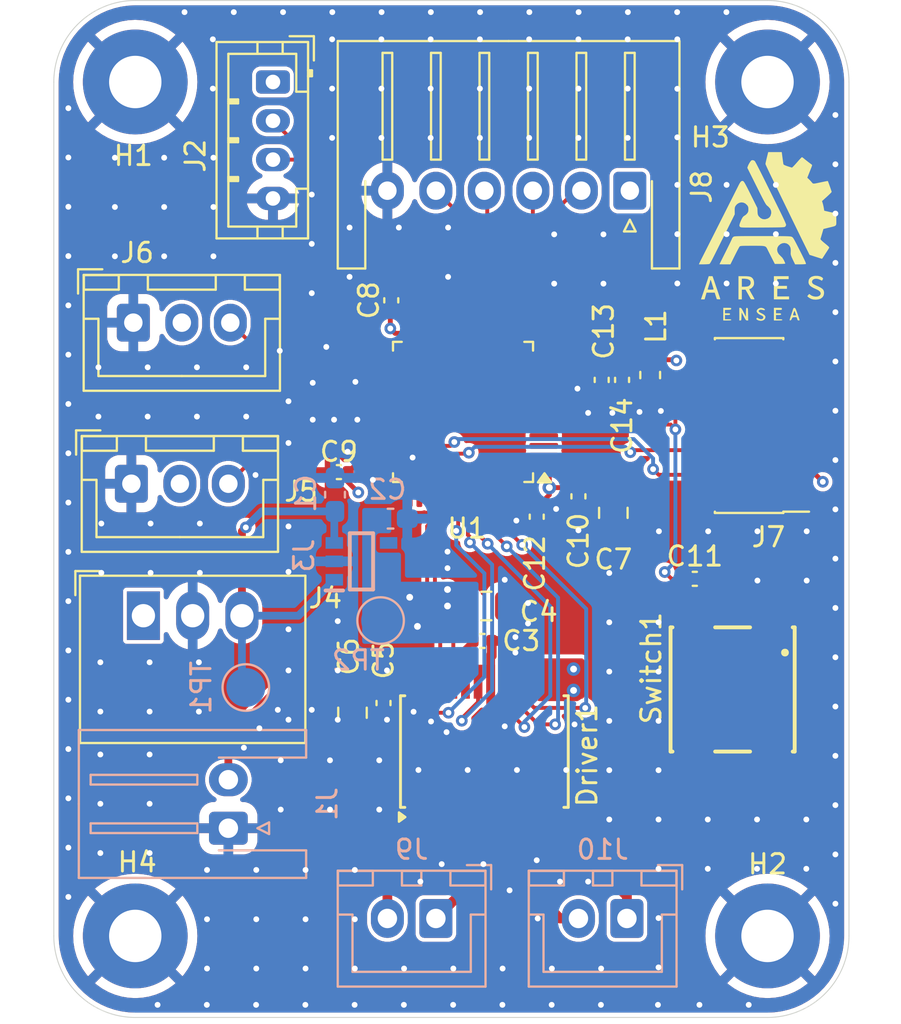
<source format=kicad_pcb>
(kicad_pcb (version 20240108) (generator "pcbnew") (generator_version "8.0")
  (layers (0 "F.Cu" signal) (1 "In1.Cu" signal) (2 "In2.Cu" signal) (31 "B.Cu" signal) (34 "B.Paste" user) (35 "F.Paste" user) (36 "B.SilkS" user "B.Silkscreen") (37 "F.SilkS" user "F.Silkscreen") (38 "B.Mask" user) (39 "F.Mask" user) (44 "Edge.Cuts" user))
  (net 0 "")
  (net 1 "GND")
  (net 2 "+5V")
  (net 3 "+3.3V")
  (net 4 "+7.5V")
  (net 5 "NRST")
  (net 6 "+3.3VA")
  (net 7 "AIN2")
  (net 8 "BIN2")
  (net 9 "BO2")
  (net 10 "AO1")
  (net 11 "BO1")
  (net 12 "PWMA")
  (net 13 "AIN1")
  (net 14 "BIN1")
  (net 15 "AO2")
  (net 16 "STBY")
  (net 17 "PWMB")
  (net 18 "Triger")
  (net 19 "Echo")
  (net 20 "PWM_Servo2")
  (net 21 "PWM_Servo1")
  (net 23 "SWCLK")
  (net 25 "SWDIO")
  (net 27 "STLINK_TX")
  (net 30 "STLINK_RX")
  (net 31 "IR_2")
  (net 32 "IR_4")
  (net 33 "IR_1")
  (net 34 "IR_3")
  (footprint "MountingHole:MountingHole_2.7mm_M2.5_Pad" (layer "F.Cu") (at 147 85.6)
    (property "Reference" "H2")
    (property "Value" "MountingHole_Pad")
  )
  (footprint "Capacitor_SMD:C_0402_1005Metric" (layer "F.Cu") (at 143.25 67.2)
    (property "Reference" "C11")
    (property "Value" "10n")
  )
  (footprint "Connector_PinHeader_1.27mm:PinHeader_2x07_P1.27mm_Vertical_SMD" (layer "F.Cu") (at 146.05 59.3 180)
    (property "Reference" "J7")
    (property "Value" "Conn_ST_STDC14")
  )
  (footprint "Connector_JST:JST_PH_B4B-PH-K_1x04_P2.00mm_Vertical" (layer "F.Cu") (at 121.5 41.6 -90)
    (property "Reference" "J2")
    (property "Value" "Conn_01x04")
  )
  (footprint "boutonSMD_wurth430471025826:430471025826" (layer "F.Cu") (at 145.2 72.9 -90)
    (property "Reference" "Switch1")
    (property "Value" "430471025826")
    (property "VALUE" "430471025826" (hide yes))
  )
  (footprint "Inductor_SMD:L_0603_1608Metric" (layer "F.Cu") (at 140.95 56.7 90)
    (property "Reference" "L1")
    (property "Value" "39n")
  )
  (footprint "Converter_DCDC:Converter_DCDC_RECOM_R-78B-2.0_THT" (layer "F.Cu") (at 114.82 69.1)
    (property "Reference" "J4")
    (property "Value" "R-78B5.0-2.0")
  )
  (footprint "Capacitor_SMD:C_0402_1005Metric" (layer "F.Cu") (at 137.25 62.95 -90)
    (property "Reference" "C10")
    (property "Value" "100n")
  )
  (footprint "MountingHole:MountingHole_2.7mm_M2.5_Pad" (layer "F.Cu") (at 114.4 41.6)
    (property "Reference" "H1")
    (property "Value" "MountingHole_Pad")
  )
  (footprint "Capacitor_SMD:C_0402_1005Metric" (layer "F.Cu") (at 135.1 64 -90)
    (property "Reference" "C12")
    (property "Value" "100n")
  )
  (footprint "Capacitor_SMD:C_0805_2012Metric" (layer "F.Cu") (at 132.5 68.6)
    (property "Reference" "C4")
    (property "Value" "10u")
  )
  (footprint "Package_SO:SSOP-24_5.3x8.2mm_P0.65mm" (layer "F.Cu") (at 132.4 76.1 90)
    (property "Reference" "Driver1")
    (property "Value" "TB6612FNG")
  )
  (footprint "Connector_JST:JST_XH_B3B-XH-A_1x03_P2.50mm_Vertical" (layer "F.Cu") (at 114.2 62.3)
    (property "Reference" "J5")
    (property "Value" "Conn_01x03")
  )
  (footprint "Capacitor_SMD:C_0402_1005Metric" (layer "F.Cu") (at 139.5 56.95 -90)
    (property "Reference" "C14")
    (property "Value" "1u")
  )
  (footprint "Connector_JST:JST_XH_B3B-XH-A_1x03_P2.50mm_Vertical" (layer "F.Cu") (at 114.3 54)
    (property "Reference" "J6")
    (property "Value" "Conn_01x03")
  )
  (footprint "Capacitor_SMD:C_0402_1005Metric" (layer "F.Cu") (at 127.2 73.6 -90)
    (property "Reference" "C5")
    (property "Value" "100n")
  )
  (footprint "Capacitor_SMD:C_0402_1005Metric" (layer "F.Cu") (at 132.3 70.4)
    (property "Reference" "C3")
    (property "Value" "100n")
  )
  (footprint "MountingHole:MountingHole_2.7mm_M2.5_Pad" (layer "F.Cu") (at 147 41.6)
    (property "Reference" "H3")
    (property "Value" "MountingHole_Pad")
  )
  (footprint "Capacitor_SMD:C_0402_1005Metric" (layer "F.Cu") (at 127.6 52.85 90)
    (property "Reference" "C8")
    (property "Value" "100n")
  )
  (footprint "Capacitor_SMD:C_0805_2012Metric" (layer "F.Cu") (at 125.6 74.1 -90)
    (property "Reference" "C6")
    (property "Value" "10u")
  )
  (footprint "logoares:logoares" (layer "F.Cu") (at 146.85 49.8)
    (property "Reference" "G***" (hide yes))
    (property "Value" "LOGO" (hide yes))
  )
  (footprint "Capacitor_SMD:C_0402_1005Metric" (layer "F.Cu") (at 124.9 61.7 180)
    (property "Reference" "C9")
    (property "Value" "100n")
  )
  (footprint "Package_QFP:LQFP-48_7x7mm_P0.5mm" (layer "F.Cu") (at 131.3 58.6 180)
    (property "Reference" "U1")
    (property "Value" "STM32L552CCTx")
  )
  (footprint "MountingHole:MountingHole_2.7mm_M2.5_Pad" (layer "F.Cu") (at 114.4 85.6)
    (property "Reference" "H4")
    (property "Value" "MountingHole_Pad")
  )
  (footprint "Connector_JST:JST_XH_S6B-XH-A-1_1x06_P2.50mm_Horizontal" (layer "F.Cu") (at 139.9 47.2 180)
    (property "Reference" "J8")
    (property "Value" "Conn_01x06")
  )
  (footprint "Capacitor_SMD:C_0402_1005Metric" (layer "F.Cu") (at 138.45 56.95 -90)
    (property "Reference" "C13")
    (property "Value" "10n")
  )
  (footprint "Capacitor_SMD:C_0805_2012Metric" (layer "F.Cu") (at 139.05 63.8 -90)
    (property "Reference" "C7")
    (property "Value" "4u7")
  )
  (footprint "TestPoint:TestPoint_Pad_D2.0mm" (layer "B.Cu") (at 127.05 69.35 180)
    (property "Reference" "TP2")
    (property "Value" "TestPoint")
  )
  (footprint "Connector_JST:JST_XH_B2B-XH-A_1x02_P2.50mm_Vertical" (layer "B.Cu") (at 129.9 84.7 180)
    (property "Reference" "J9")
    (property "Value" "Conn_01x02")
  )
  (footprint "Connector_JST:JST_XH_S2B-XH-A-1_1x02_P2.50mm_Horizontal" (layer "B.Cu") (at 119.2 80.05 90)
    (property "Reference" "J1")
    (property "Value" "Conn_01x02")
  )
  (footprint "TestPoint:TestPoint_Pad_D2.0mm" (layer "B.Cu") (at 120.1 72.8 180)
    (property "Reference" "TP1")
    (property "Value" "TestPoint")
  )
  (footprint "Connector_JST:JST_XH_B2B-XH-A_1x02_P2.50mm_Vertical" (layer "B.Cu") (at 139.75 84.7 180)
    (property "Reference" "J10")
    (property "Value" "Conn_01x02")
  )
  (footprint "BU33SD5WG-TR:SOT95P280X125-5N" (layer "B.Cu") (at 126.0625 66.3)
    (property "Reference" "J3")
    (property "Value" "BU33SD5WG-TR")
  )
  (footprint "Capacitor_SMD:C_0603_1608Metric_Pad1.08x0.95mm_HandSolder" (layer "B.Cu") (at 127.5625 64.1)
    (property "Reference" "C2")
    (property "Value" "1uF")
  )
  (footprint "Capacitor_SMD:C_0603_1608Metric_Pad1.08x0.95mm_HandSolder" (layer "B.Cu") (at 124.7 62.8625 90)
    (property "Reference" "C1")
    (property "Value" "1uF")
  )
  (gr_arc (start 110.2 41.6) (mid 111.430152 38.630152) (end 114.4 37.4) (stroke (width 0.05)) (layer "Edge.Cuts"))
  (gr_line (start 147 37.4) (end 114.4 37.4) (stroke (width 0.05)) (layer "Edge.Cuts"))
  (gr_arc (start 114.4 89.8) (mid 111.430152 88.569848) (end 110.2 85.6) (stroke (width 0.05)) (layer "Edge.Cuts"))
  (gr_line (start 114.4 89.8) (end 147 89.8) (stroke (width 0.05)) (layer "Edge.Cuts"))
  (gr_arc (start 147 37.4) (mid 149.969848 38.630152) (end 151.2 41.6) (stroke (width 0.05)) (layer "Edge.Cuts"))
  (gr_line (start 151.2 85.6) (end 151.2 41.6) (stroke (width 0.05)) (layer "Edge.Cuts"))
  (gr_arc (start 151.2 85.6) (mid 149.969848 88.569848) (end 147 89.8) (stroke (width 0.05)) (layer "Edge.Cuts"))
  (gr_line (start 110.2 41.6) (end 110.2 85.6) (stroke (width 0.05)) (layer "Edge.Cuts"))
  (via (at 150.5 71.24) (size 0.45) (drill 0.3) (layers "F.Cu" "B.Cu") (net 1))
  (via (at 141.38 77.06) (size 0.45) (drill 0.3) (layers "F.Cu" "B.Cu") (net 1))
  (via (at 150.5 61.08) (size 0.45) (drill 0.3) (layers "F.Cu" "B.Cu") (net 1))
  (via (at 124.84 69.38) (size 0.45) (drill 0.3) (layers "F.Cu" "B.Cu") (net 1))
  (via (at 123.55 57.1) (size 0.45) (drill 0.3) (layers "F.Cu" "B.Cu") (net 1))
  (via (at 132.17 39.4) (size 0.45) (drill 0.3) (layers "F.Cu" "B.Cu") (net 1))
  (via (at 134.71 41.94) (size 0.45) (drill 0.3) (layers "F.Cu" "B.Cu") (net 1))
  (via (at 138.54 51.99) (size 0.45) (drill 0.3) (layers "F.Cu" "B.Cu") (net 1))
  (via (at 124.55 39.4) (size 0.45) (drill 0.3) (layers "F.Cu" "B.Cu") (net 1))
  (via (at 141.38 71.98) (size 0.45) (drill 0.3) (layers "F.Cu" "B.Cu") (net 1))
  (via (at 138.84 79.6) (size 0.45) (drill 0.3) (layers "F.Cu" "B.Cu") (net 1))
  (via (at 135.87 89.15) (size 0.45) (drill 0.3) (layers "F.Cu" "B.Cu") (net 1))
  (via (at 128.7 60.95) (size 0.45) (drill 0.3) (layers "F.Cu" "B.Cu") (net 1))
  (via (at 118.09 89.15) (size 0.45) (drill 0.3) (layers "F.Cu" "B.Cu") (net 1))
  (via (at 133.34 87.28) (size 0.45) (drill 0.3) (layers "F.Cu" "B.Cu") (net 1))
  (via (at 138.84 69.44) (size 0.45) (drill 0.3) (layers "F.Cu" "B.Cu") (net 1))
  (via (at 133.45 74.8) (size 0.45) (drill 0.3) (layers "F.Cu" "B.Cu") (net 1))
  (via (at 110.95 53.11) (size 0.45) (drill 0.3) (layers "F.Cu" "B.Cu") (net 1))
  (via (at 120.63 89.15) (size 0.45) (drill 0.3) (layers "F.Cu" "B.Cu") (net 1))
  (via (at 130.8 87.28) (size 0.45) (drill 0.3) (layers "F.Cu" "B.Cu") (net 1))
  (via (at 110.95 55.65) (size 0.45) (drill 0.3) (layers "F.Cu" "B.Cu") (net 1))
  (via (at 122.02 38) (size 0.45) (drill 0.3) (layers "F.Cu" "B.Cu") (net 1))
  (via (at 134.72 38) (size 0.45) (drill 0.3) (layers "F.Cu" "B.Cu") (net 1))
  (via (at 146.46 79.6) (size 0.45) (drill 0.3) (layers "F.Cu" "B.Cu") (net 1))
  (via (at 130.5 65.8) (size 0.45) (drill 0.3) (layers "F.Cu" "B.Cu") (net 1))
  (via (at 123.55 59) (size 0.45) (drill 0.3) (layers "F.Cu" "B.Cu") (net 1))
  (via (at 129.63 44.48) (size 0.45) (drill 0.3) (layers "F.Cu" "B.Cu") (net 1))
  (via (at 117.68 74.04) (size 0.45) (drill 0.3) (layers "F.Cu" "B.Cu") (net 1))
  (via (at 149.02 64.75) (size 0.45) (drill 0.3) (layers "F.Cu" "B.Cu") (net 1))
  (via (at 129 77.05) (size 0.45) (drill 0.3) (layers "F.Cu" "B.Cu") (net 1))
  (via (at 137.05 74.7) (size 0.45) (drill 0.3) (layers "F.Cu" "B.Cu") (net 1))
  (via (at 122.3 74.46) (size 0.45) (drill 0.3) (layers "F.Cu" "B.Cu") (net 1))
  (via (at 112.65 64.35) (size 0.45) (drill 0.3) (layers "F.Cu" "B.Cu") (net 1))
  (via (at 112.6 74.04) (size 0.45) (drill 0.3) (layers "F.Cu" "B.Cu") (net 1))
  (via (at 130.79 89.15) (size 0.45) (drill 0.3) (layers "F.Cu" "B.Cu") (net 1))
  (via (at 130.53 51.64) (size 0.45) (drill 0.3) (layers "F.Cu" "B.Cu") (net 1))
  (via (at 135.88 87.28) (size 0.45) (drill 0.3) (layers "F.Cu" "B.Cu") (net 1))
  (via (at 146.48 67.29) (size 0.45) (drill 0.3) (layers "F.Cu" "B.Cu") (net 1))
  (via (at 123.5 47.4) (size 0.45) (drill 0.3) (layers "F.Cu" "B.Cu") (net 1))
  (via (at 115.14 81.33) (size 0.45) (drill 0.3) (layers "F.Cu" "B.Cu") (net 1))
  (via (at 136.3 82.8) (size 0.45) (drill 0.3) (layers "F.Cu" "B.Cu") (net 1))
  (via (at 125.45 49.1) (size 0.45) (drill 0.3) (layers "F.Cu" "B.Cu") (net 1))
  (via (at 110.95 75.97) (size 0.45) (drill 0.3) (layers "F.Cu" "B.Cu") (net 1))
  (via (at 122.3 64.5) (size 0.45) (drill 0.3) (layers "F.Cu" "B.Cu") (net 1))
  (via (at 128.75 74.05) (size 0.45) (drill 0.3) (layers "F.Cu" "B.Cu") (net 1))
  (via (at 144.88 38) (size 0.45) (drill 0.3) (layers "F.Cu" "B.Cu") (net 1))
  (via (at 146.46 82.14) (size 0.45) (drill 0.3) (layers "F.Cu" "B.Cu") (net 1))
  (via (at 150.5 68.7) (size 0.45) (drill 0.3) (layers "F.Cu" "B.Cu") (net 1))
  (via (at 142.35 41.95) (size 0.45) (drill 0.3) (layers "F.Cu" "B.Cu") (net 1))
  (via (at 139.79 41.94) (size 0.45) (drill 0.3) (layers "F.Cu" "B.Cu") (net 1))
  (via (at 123.18 87.28) (size 0.45) (drill 0.3) (layers "F.Cu" "B.Cu") (net 1))
  (via (at 137.25 44.48) (size 0.45) (drill 0.3) (layers "F.Cu" "B.Cu") (net 1))
  (via (at 136 49.45) (size 0.45) (drill 0.3) (layers "F.Cu" "B.Cu") (net 1))
  (via (at 118.43 48.04) (size 0.45) (drill 0.3) (layers "F.Cu" "B.Cu") (net 1))
  (via (at 138.41 89.15) (size 0.45) (drill 0.3) (layers "F.Cu" "B.Cu") (net 1))
  (via (at 124.84 71.92) (size 0.45) (drill 0.3) (layers "F.Cu" "B.Cu") (net 1))
  (via (at 122.3 71.92) (size 0.45) (drill 0.3) (layers "F.Cu" "B.Cu") (net 1))
  (via (at 141.38 74.52) (size 0.45) (drill 0.3) (layers "F.Cu" "B.Cu") (net 1))
  (via (at 112.65 66.89) (size 0.45) (drill 0.3) (layers "F.Cu" "B.Cu") (net 1))
  (via (at 131.54 77.05) (size 0.45) (drill 0.3) (layers "F.Cu" "B.Cu") (net 1))
  (via (at 137.25 39.4) (size 0.45) (drill 0.3) (layers "F.Cu" "B.Cu") (net 1))
  (via (at 149.02 67.29) (size 0.45) (drill 0.3) (layers "F.Cu" "B.Cu") (net 1))
  (via (at 125.72 84.74) (size 0.45) (drill 0.3) (layers "F.Cu" "B.Cu") (net 1))
  (via (at 150.5 73.78) (size 0.45) (drill 0.3) (layers "F.Cu" "B.Cu") (net 1))
  (via (at 115.04 56.3) (size 0.45) (drill 0.3) (layers "F.Cu" "B.Cu") (net 1))
  (via (at 118.43 50.58) (size 0.45) (drill 0.3) (layers "F.Cu" "B.Cu") (net 1))
  (via (at 150.5 81.4) (size 0.45) (drill 0.3) (layers "F.Cu" "B.Cu") (net 1))
  (via (at 149 82.14) (size 0.45) (drill 0.3) (layers "F.Cu" "B.Cu") (net 1))
  (via (at 150.5 43.3) (size 0.45) (drill 0.3) (layers "F.Cu" "B.Cu") (net 1))
  (via (at 110.95 83.59) (size 0.45) (drill 0.3) (layers "F.Cu" "B.Cu") (net 1))
  (via (at 123.5 52.48) (size 0.45) (drill 0.3) (layers "F.Cu" "B.Cu") (net 1))
  (via (at 150.5 76.32) (size 0.45) (drill 0.3) (layers "F.Cu" "B.Cu") (net 1))
  (via (at 147.43 51.98) (size 0.45) (drill 0.3) (layers "F.Cu" "B.Cu") (net 1))
  (via (at 130.45 75.1) (size 0.45) (drill 0.3) (layers "F.Cu" "B.Cu") (net 1))
  (via (at 112.6 78.79) (size 0.45) (drill 0.3) (layers "F.Cu" "B.Cu") (net 1))
  (via (at 136.1 63.6) (size 0.45) (drill 0.3) (layers "F.Cu" "B.Cu") (net 1))
  (via (at 143.92 82.14) (size 0.45) (drill 0.3) (layers "F.Cu" "B.Cu") (net 1))
  (via (at 117.73 66.89) (size 0.45) (drill 0.3) (layers "F.Cu" "B.Cu") (net 1))
  (via (at 150.5 78.86) (size 0.45) (drill 0.3) (layers "F.Cu" "B.Cu") (net 1))
  (via (at 134.65 68.45) (size 0.45) (drill 0.3) (layers "F.Cu" "B.Cu") (net 1))
  (via (at 139.8 38) (size 0.45) (drill 0.3) (layers "F.Cu" "B.Cu") (net 1))
  (via (at 126.98 76.55) (size 0.45) (drill 0.3) (layers "F.Cu" "B.Cu") (net 1))
  (via (at 118.1 87.28) (size 0.45) (drill 0.3) (layers "F.Cu" "B.Cu") (net 1))
  (via (at 110.95 78.51) (size 0.45) (drill 0.3) (layers "F.Cu" "B.Cu") (net 1))
  (via (at 129.1 82.8) (size 0.45) (drill 0.3) (layers "F.Cu" "B.Cu") (net 1))
  (via (at 118.43 45.5) (size 0.45) (drill 0.3) (layers "F.Cu" "B.Cu") (net 1))
  (via (at 150.5 50.92) (size 0.45) (drill 0.3) (layers "F.Cu" "B.Cu") (net 1))
  (via (at 118.1 84.74) (size 0.45) (drill 0.3) (layers "F.Cu" "B.Cu") (net 1))
  (via (at 110.95 63.27) (size 0.45) (drill 0.3) (layers "F.Cu" "B.Cu") (net 1))
  (via (at 110.95 45.49) (size 0.45) (drill 0.3) (layers "F.Cu" "B.Cu") (net 1))
  (via (at 110.95 60.73) (size 0.45) (drill 0.3) (layers "F.Cu" "B.Cu") (net 1))
  (via (at 142.35 49.44) (size 0.45) (drill 0.3) (layers "F.Cu" "B.Cu") (net 1))
  (via (at 116.94 38) (size 0.45) (drill 0.3) (layers "F.Cu" "B.Cu") (net 1))
  (via (at 127.1 38) (size 0.45) (drill 0.3) (layers "F.Cu" "B.Cu") (net 1))
  (via (at 134.08 77.05) (size 0.45) (drill 0.3) (layers "F.Cu" "B.Cu") (net 1))
  (via (at 117.58 56.3) (size 0.45) (drill 0.3) (layers "F.Cu" "B.Cu") (net 1))
  (via (at 141.38 84.68) (size 0.45) (drill 0.3) (layers "F.Cu" "B.Cu") (net 1))
  (via (at 142.35 44.45) (size 0.45) (drill 0.3) (layers "F.Cu" "B.Cu") (net 1))
  (via (at 110.95 58.19) (size 0.45) (drill 0.3) (layers "F.Cu" "B.Cu") (net 1))
  (via (at 122.3 60.2) (size 0.45) (drill 0.3) (layers "F.Cu" "B.Cu") (net 1))
  (via (at 118.1 82.2) (size 0.45) (drill 0.3) (layers "F.Cu" "B.Cu") (net 1))
  (via (at 144.89 51.98) (size 0.45) (drill 0.3) (layers "F.Cu" "B.Cu") (net 1))
  (via (at 134.05 64.2) (size 0.45) (drill 0.3) (layers "F.Cu" "B.Cu") (net 1))
  (via (at 129.63 41.94) (size 0.45) (drill 0.3) (layers "F.Cu" "B.Cu") (net 1))
  (via (at 123.17 89.15) (size 0.45) (drill 0.3) (layers "F.Cu" "B.Cu") (net 1))
  (via (at 139 58.65) (size 0.45) (drill 0.3) (layers "F.Cu" "B.Cu") (net 1))
  (via (at 120.64 82.2) (size 0.45) (drill 0.3) (layers "F.Cu" "B.Cu") (net 1))
  (via (at 110.95 70.89) (size 0.45) (drill 0.3) (layers "F.Cu" "B.Cu") (net 1))
  (via (at 150.5 83.94) (size 0.45) (drill 0.3) (layers "F.Cu" "B.Cu") (net 1))
  (via (at 115.04 58.84) (size 0.45) (drill 0.3) (layers "F.Cu" "B.Cu") (net 1))
  (via (at 122.3 66.84) (size 0.45) (drill 0.3) (layers "F.Cu" "B.Cu") (net 1))
  (via (at 125.72 82.2) (size 0.45) (drill 0.3) (layers "F.Cu" "B.Cu") (net 1))
  (via (at 127.09 41.94) (size 0.45) (drill 0.3) (layers "F.Cu" "B.Cu") (net 1))
  (via (at 141.35 89.15) (size 0.45) (drill 0.3) (layers "F.Cu" "B.Cu") (net 1))
  (via (at 125.72 87.28) (size 0.45) (drill 0.3) (layers "F.Cu" "B.Cu") (net 1))
  (via (at 150.5 56) (size 0.45) (drill 0.3) (layers "F.Cu" "B.Cu") (net 1))
  (via (at 141.5 58.55) (size 0.45) (drill 0.3) (layers "F.Cu" "B.Cu") (net 1))
  (via (at 110.95 81.05) (size 0.45) (drill 0.3) (layers "F.Cu" "B.Cu") (net 1))
  (via (at 123.18 84.74) (size 0.45) (drill 0.3) (layers "F.Cu" "B.Cu") (net 1))
  (via (at 115.89 45.5) (size 0.45) (drill 0.3) (layers "F.Cu" "B.Cu") (net 1))
  (via (at 117.58 58.84) (size 0.45) (drill 0.3) (layers "F.Cu" "B.Cu") (net 1))
  (via (at 130.53 49.1) (size 0.45) (drill 0.3) (layers "F.Cu" "B.Cu") (net 1))
  (via (at 127.09 44.48) (size 0.45) (drill 0.3) (layers "F.Cu" "B.Cu") (net 1))
  (via (at 135.15 84.7) (size 0.45) (drill 0.3) (layers "F.Cu" "B.Cu") (net 1))
  (via (at 118.4 39.4) (size 0.45) (drill 0.3) (layers "F.Cu" "B.Cu") (net 1))
  (via (at 120.12 56.3) (size 0.45) (drill 0.3) (layers "F.Cu" "B.Cu") (net 1))
  (via (at 146.03 89.15) (size 0.45) (drill 0.3) (layers "F.Cu" "B.Cu") (net 1))
  (via (at 121.75 73.95) (size 0.45) (drill 0.3) (layers "F.Cu" "B.Cu") (net 1))
  (via (at 133.7 83.25) (size 0.45) (drill 0.3) (layers "F.Cu" "B.Cu") (net 1))
  (via (at 138.84 77.06) (size 0.45) (drill 0.3) (layers "F.Cu" "B.Cu") (net 1))
  (via (at 112.5 58.84) (size 0.45) (drill 0.3) (layers "F.Cu" "B.Cu") (net 1))
  (via (at 144.89 49.44) (size 0.45) (drill 0.3) (layers "F.Cu" "B.Cu") (net 1))
  (via (at 124.84 74.46) (size 0.45) (drill 0.3) (layers "F.Cu" "B.Cu") (net 1))
  (via (at 115.19 66.89) (size 0.45) (drill 0.3) (layers "F.Cu" "B.Cu") (net 1))
  (via (at 113.35 45.5) (size 0.45) (drill 0.3) (layers "F.Cu" "B.Cu") (net 1))
  (via (at 120.64 84.74) (size 0.45) (drill 0.3) (layers "F.Cu" "B.Cu") (net 1))
  (via (at 125.71 89.15) (size 0.45) (drill 0.3) (layers "F.Cu" "B.Cu") (net 1))
  (via (at 144.89 46.9) (size 0.45) (drill 0.3) (layers "F.Cu" "B.Cu") (net 1))
  (via (at 124.44 76.55) (size 0.45) (drill 0.3) (layers "F.Cu" "B.Cu") (net 1))
  (via (at 126.98 79.09) (size 0.45) (drill 0.3) (layers "F.Cu" "B.Cu") (net 1))
  (via (at 137.2 57.4) (size 0.45) (drill 0.3) (layers "F.Cu" "B.Cu") (net 1))
  (via (at 143.94 64.75) (size 0.45) (drill 0.3) (layers "F.Cu" "B.Cu") (net 1))
  (via (at 150.5 45.84) (size 0.45) (drill 0.3) (layers "F.Cu" "B.Cu") (net 1))
  (via (at 124.25 55.25) (size 0.45) (drill 0.3) (layers "F.Cu" "B.Cu") (net 1))
  (via (at 129.65 74.55) (size 0.45) (drill 0.3) (layers "F.Cu" "B.Cu") (net 1))
  (via (at 125.45 51.64) (size 0.45) (drill 0.3) (layers "F.Cu" "B.Cu") (net 1))
  (via (at 138.54 49.45) (size 0.45) (drill 0.3) (layers "F.Cu" "B.Cu") (net 1))
  (via (at 141.38 79.6) (size 0.45) (drill 0.3) (layers "F.Cu" "B.Cu") (net 1))
  (via (at 135.1 81.7) (size 0.45) (drill 0.3) (layers "F.Cu" "B.Cu") (net 1))
  (via (at 121.85 55.45) (size 0.45) (drill 0.3) (layers "F.Cu" "B.Cu") (net 1))
  (via (at 124.55 41.94) (size 0.45) (drill 0.3) (layers "F.Cu" "B.Cu") (net 1))
  (via (at 137.25 64.7) (size 0.45) (drill 0.3) (layers "F.Cu" "B.Cu") (net 1))
  (via (at 137.75 58.65) (size 0.45) (drill 0.3) (layers "F.Cu" "B.Cu") (net 1))
  (via (at 139.79 44.48) (size 0.45) (drill 0.3) (layers "F.Cu" "B.Cu") (net 1))
  (via (at 118.4 41.94) (size 0.45) (drill 0.3) (layers "F.Cu" "B.Cu") (net 1))
  (via (at 129.64 38) (size 0.45) (drill 0.3) (layers "F.Cu" "B.Cu") (net 1))
  (via (at 122.3 58.05) (size 0.45) (drill 0.3) (layers "F.Cu" "B.Cu") (net 1))
  (via (at 147.43 49.44) (size 0.45) (drill 0.3) (layers "F.Cu" "B.Cu") (net 1))
  (via (at 142.35 39.4) (size 0.45) (drill 0.3) (layers "F.Cu" "B.Cu") (net 1))
  (via (at 134.71 39.4) (size 0.45) (drill 0.3) (layers "F.Cu" "B.Cu") (net 1))
  (via (at 150.5 48.38) (size 0.45) (drill 0.3) (layers "F.Cu" "B.Cu") (net 1))
  (via (at 127.09 39.4) (size 0.45) (drill 0.3) (layers "F.Cu" "B.Cu") (net 1))
  (via (at 134.65 69.5) (size 0.45) (drill 0.3) (layers "F.Cu" "B.Cu") (net 1))
  (via (at 141.38 69.44) (size 0.45) (drill 0.3) (layers "F.Cu" "B.Cu") (net 1))
  (via (at 124.44 79.09) (size 0.45) (drill 0.3) (layers "F.Cu" "B.Cu") (net 1))
  (via (at 122.3 69.8) (size 0.45) (drill 0.3) (layers "F.Cu" "B.Cu") (net 1))
  (via (at 123.5 73.95) (size 0.45) (drill 0.3) (layers "F.Cu" "B.Cu") (net 1))
  (via (at 115.55 89.15) (size 0.45) (drill 0.3) (layers "F.Cu" "B.Cu") (net 1))
  (via (at 115.89 48.04) (size 0.45) (drill 0.3) (layers "F.Cu" "B.Cu") (net 1))
  (via (at 120.6 61.85) (size 0.45) (drill 0.3) (layers "F.Cu" "B.Cu") (net 1))
  (via (at 138.84 71.98) (size 0.45) (drill 0.3) (layers "F.Cu" "B.Cu") (net 1))
  (via (at 134 70.2) (size 0.45) (drill 0.3) (layers "F.Cu" "B.Cu") (net 1))
  (via (at 123.5 49.94) (size 0.45) (drill 0.3) (layers "F.Cu" "B.Cu") (net 1))
  (via (at 142.34 38) (size 0.45) (drill 0.3) (layers "F.Cu" "B.Cu") (net 1))
  (via (at 150.5 63.62) (size 0.45) (drill 0.3) (layers "F.Cu" "B.Cu") (net 1))
  (via (at 146.48 64.75) (size 0.45) (drill 0.3) (layers "F.Cu" "B.Cu") (net 1))
  (via (at 150.5 53.46) (size 0.45) (drill 0.3) (layers "F.Cu" "B.Cu") (net 1))
  (via (at 115.14 78.79) (size 0.45) (drill 0.3) (layers "F.Cu" "B.Cu") (net 1))
  (via (at 124.56 38) (size 0.45) (drill 0.3) (layers "F.Cu" "B.Cu") (net 1))
  (via (at 138.84 66.9) (size 0.45) (drill 0.3) (layers "F.Cu" "B.Cu") (net 1))
  (via (at 113.35 48.04) (size 0.45) (drill 0.3) (layers "F.Cu" "B.Cu") (net 1))
  (via (at 115.14 76.25) (size 0.45) (drill 0.3) (layers "F.Cu" "B.Cu") (net 1))
  (via (at 149 79.6) (size 0.45) (drill 0.3) (layers "F.Cu" "B.Cu") (net 1))
  (via (at 127.99 49.1) (size 0.45) (drill 0.3) (layers "F.Cu" "B.Cu") (net 1))
  (via (at 133.33 89.15) (size 0.45) (drill 0.3) (layers "F.Cu" "B.Cu") (net 1))
  (via (at 119.48 38) (size 0.45) (drill 0.3) (layers "F.Cu" "B.Cu") (net 1))
  (via (at 110.95 65.81) (size 0.45) (drill 0.3) (layers "F.Cu" "B.Cu") (net 1))
  (via (at 128.26 87.28) (size 0.45) (drill 0.3) (layers "F.Cu" "B.Cu") (net 1))
  (via (at 110.95 68.35) (size 0.45) (drill 0.3) (layers "F.Cu" "B.Cu") (net 1))
  (via (at 132.18 38) (size 0.45) (drill 0.3) (layers "F.Cu" "B.Cu") (net 1))
  (via (at 120 75.9) (size 0.45) (drill 0.3) (layers "F.Cu" "B.Cu") (net 1))
  (via (at 110.95 50.57) (size 0.45) (drill 0.3) (layers "F.Cu" "B.Cu") (net 1))
  (via (at 112.6 71.5) (size 0.45) (drill 0.3) (layers "F.Cu" "B.Cu") (net 1))
  (via (at 113.35 50.58) (size 0.45) (drill 0.3) (layers "F.Cu" "B.Cu") (net 1))
  (via (at 141.38 87.22) (size 0.45) (drill 0.3) (layers "F.Cu" "B.Cu") (net 1))
  (via (at 125.35 60.65) (size 0.45) (drill 0.3) (layers "F.Cu" "B.Cu") (net 1))
  (via (at 134 71) (size 0.45) (drill 0.3) (layers "F.Cu" "B.Cu") (net 1))
  (via (at 120.8 74.9) (size 0.45) (drill 0.3) (layers "F.Cu" "B.Cu") (net 1))
  (via (at 147.43 46.9) (size 0.45) (drill 0.3) (layers "F.Cu" "B.Cu") (net 1))
  (via (at 137.75 82.8) (size 0.45) (drill 0.3) (layers "F.Cu" "B.Cu") (net 1))
  (via (at 125.75 57.05) (size 0.45) (drill 0.3) (layers "F.Cu" "B.Cu") (net 1))
  (via (at 130.5 66.65) (size 0.45) (drill 0.3) (layers "F.Cu" "B.Cu") (net 1))
  (via (at 115.14 71.5) (size 0.45) (drill 0.3) (layers "F.Cu" "B.Cu") (net 1))
  (via (at 127.38 74.46) (size 0.45) (drill 0.3) (layers "F.Cu" "B.Cu") (net 1))
  (via (at 124.55 44.48) (size 0.45) (drill 0.3) (layers "F.Cu" "B.Cu") (net 1))
  (via (at 120.64 87.28) (size 0.45) (drill 0.3) (layers "F.Cu" "B.Cu") (net 1))
  (via (at 124.65 59) (size 0.45) (drill 0.3) (layers "F.Cu" "B.Cu") (net 1))
  (via (at 136 51.99) (size 0.45) (drill 0.3) (layers "F.Cu" "B.Cu") (net 1))
  (via (at 130.2 81.9) (size 0.45) (drill 0.3) (layers "F.Cu" "B.Cu") (net 1))
  (via (at 115.89 50.58) (size 0.45) (drill 0.3) (layers "F.Cu" "B.Cu") (net 1))
  (via (at 115.19 64.35) (size 0.45) (drill 0.3) (layers "F.Cu" "B.Cu") (net 1))
  (via (at 143.92 79.6) (size 0.45) (drill 0.3) (layers "F.Cu" "B.Cu") (net 1))
  (via (at 112.6 81.33) (size 0.45) (drill 0.3) (layers "F.Cu" "B.Cu") (net 1))
  (via (at 123.18 82.2) (size 0.45) (drill 0.3) (layers "F.Cu" "B.Cu") (net 1))
  (via (at 150.5 58.54) (size 0.45) (drill 0.3) (layers "F.Cu" "B.Cu") (net 1))
  (via (at 121.9 79.09) (size 0.45) (drill 0.3) (layers "F.Cu" "B.Cu") (net 1))
  (via (at 128.25 89.15) (size 0.45) (drill 0.3) (layers "F.Cu" "B.Cu") (net 1))
  (via (at 132.35 81.9) (size 0.45) (drill 0.3) (layers "F.Cu" "B.Cu") (net 1))
  (via (at 141.38 82.14) (size 0.45) (drill 0.3) (layers "F.Cu" "B.Cu") (net 1))
  (via (at 117.73 64.35) (size 0.45) (drill 0.3) (layers "F.Cu" "B.Cu") (net 1))
  (via (at 142.35 46.9) (size 0.45) (drill 0.3) (layers "F.Cu" "B.Cu") (net 1))
  (via (at 127.38 71.92) (size 0.45) (drill 0.3) (layers "F.Cu" "B.Cu") (net 1))
  (via (at 126.65 62.1) (size 0.45) (drill 0.3) (layers "F.Cu" "B.Cu") (net 1))
  (via (at 133.45 67.25) (size 0.45) (drill 0.3) (layers "F.Cu" "B.Cu") (net 1))
  (via (at 115.14 74.04) (size 0.45) (drill 0.3) (layers "F.Cu" "B.Cu") (net 1))
  (via (at 143.49 89.15) (size 0.45) (drill 0.3) (layers "F.Cu" "B.Cu") (net 1))
  (via (at 141.4 64.75) (size 0.45) (drill 0.3) (layers "F.Cu" "B.Cu") (net 1))
  (via (at 142.35 51.98) (size 0.45) (drill 0.3) (layers "F.Cu" "B.Cu") (net 1))
  (via (at 121.9 76.55) (size 0.45) (drill 0.3) (layers "F.Cu" "B.Cu") (net 1))
  (via (at 132.17 44.48) (size 0.45) (drill 0.3) (layers "F.Cu" "B.Cu") (net 1))
  (via (at 137.25 41.94) (size 0.45) (drill 0.3) (layers "F.Cu" "B.Cu") (net 1))
  (via (at 132.17 41.94) (size 0.45) (drill 0.3) (layers "F.Cu" "B.Cu") (net 1))
  (via (at 129.63 39.4) (size 0.45) (drill 0.3) (layers "F.Cu" "B.Cu") (net 1))
  (via (at 117.68 71.5) (size 0.45) (drill 0.3) (layers "F.Cu" "B.Cu") (net 1))
  (via (at 120.12 58.84) (size 0.45) (drill 0.3) (layers "F.Cu" "B.Cu") (net 1))
  (via (at 138.42 87.28) (size 0.45) (drill 0.3) (layers "F.Cu" "B.Cu") (net 1))
  (via (at 138.84 74.52) (size 0.45) (drill 0.3) (layers "F.Cu" "B.Cu") (net 1))
  (via (at 110.95 48.03) (size 0.45) (drill 0.3) (layers "F.Cu" "B.Cu") (net 1))
  (via (at 110.95 42.95) (size 0.45) (drill 0.3) (layers "F.Cu" "B.Cu") (net 1))
  (via (at 150.5 66.16) (size 0.45) (drill 0.3) (layers "F.Cu" "B.Cu") (net 1))
  (via (at 112.5 56.3) (size 0.45) (drill 0.3) (layers "F.Cu" "B.Cu") (net 1))
  (via (at 134.71 44.48) (size 0.45) (drill 0.3) (layers "F.Cu" "B.Cu") (net 1))
  (via (at 137.26 38) (size 0.45) (drill 0.3) (layers "F.Cu" "B.Cu") (net 1))
  (via (at 125.85 59) (size 0.45) (drill 0.3) (layers "F.Cu" "B.Cu") (net 1))
  (via (at 136.62 77.05) (size 0.45) (drill 0.3) (layers "F.Cu" "B.Cu") (net 1))
  (via (at 112.6 76.25) (size 0.45) (drill 0.3) (layers "F.Cu" "B.Cu") (net 1))
  (via (at 139.79 39.4) (size 0.45) (drill 0.3) (layers "F.Cu" "B.Cu") (net 1))
  (via (at 140.4 58.6) (size 0.45) (drill 0.3) (layers "F.Cu" "B.Cu") (net 1))
  (via (at 110.95 73.43) (size 0.45) (drill 0.3) (layers "F.Cu" "B.Cu") (net 1))
  (segment (start 120.1 64.55) (end 119.9 64.75) (width 0.4) (layer "F.Cu") (net 2))
  (segment (start 119.9 64.75) (end 119.9 69.1) (width 0.4) (layer "F.Cu") (net 2))
  (via (at 120.1 64.55) (size 0.6) (drill 0.3) (layers "F.Cu" "B.Cu") (net 2))
  (segment (start 119.9 72.6) (end 120.1 72.8) (width 0.4) (layer "B.Cu") (net 2))
  (segment (start 122.8125 69.1) (end 124.6625 67.25) (width 0.4) (layer "B.Cu") (net 2))
  (segment (start 120.925 63.725) (end 120.1 64.55) (width 0.4) (layer "B.Cu") (net 2))
  (segment (start 124.6625 63.7625) (end 124.7 63.725) (width 0.4) (layer "B.Cu") (net 2))
  (segment (start 124.7 63.725) (end 120.925 63.725) (width 0.4) (layer "B.Cu") (net 2))
  (segment (start 119.9 69.1) (end 119.9 72.6) (width 0.4) (layer "B.Cu") (net 2))
  (segment (start 119.9 69.1) (end 122.8125 69.1) (width 0.4) (layer "B.Cu") (net 2))
  (segment (start 124.6625 65.35) (end 124.6625 63.7625) (width 0.4) (layer "B.Cu") (net 2))
  (segment (start 130.500001 68.600001) (end 131.549999 68.600001) (width 0.3) (layer "F.Cu") (net 3))
  (segment (start 125.38 61.7) (end 125.73 61.35) (width 0.25) (layer "F.Cu") (net 3))
  (segment (start 134.8075 63.52) (end 134.05 62.7625) (width 0.25) (layer "F.Cu") (net 3))
  (segment (start 142.3 55.95) (end 142.2625 55.9125) (width 0.25) (layer "F.Cu") (net 3))
  (segment (start 131.55 68.6) (end 131.55 70.13) (width 0.3) (layer "F.Cu") (net 3))
  (segment (start 125.3 61.78) (end 125.38 61.7) (width 0.25) (layer "F.Cu") (net 3))
  (segment (start 131.425 70.795) (end 131.425 72.5) (width 0.3) (layer "F.Cu") (net 3))
  (segment (start 127.55 53.38) (end 127.6 53.33) (width 0.25) (layer "F.Cu") (net 3))
  (segment (start 131.55 70.13) (end 131.82 70.4) (width 0.3) (layer "F.Cu") (net 3))
  (segment (start 125.9 62.75) (end 125.3 62.15) (width 0.25) (layer "F.Cu") (net 3))
  (segment (start 135.75 62.87) (end 135.1 63.52) (width 0.25) (layer "F.Cu") (net 3))
  (segment (start 135.75 62.5) (end 135.75 61.6375) (width 0.25) (layer "F.Cu") (net 3))
  (segment (start 127.8 54.55) (end 128.4375 54.55) (width 0.25) (layer "F.Cu") (net 3))
  (segment (start 142.2625 55.9125) (end 140.95 55.9125) (width 0.25) (layer "F.Cu") (net 3))
  (segment (start 149.85 62.2) (end 149.49 61.84) (width 0.25) (layer "F.Cu") (net 3))
  (segment (start 125.3 62.15) (end 125.3 61.78) (width 0.25) (layer "F.Cu") (net 3))
  (segment (start 137.22 62.5) (end 137.25 62.47) (width 0.25) (layer "F.Cu") (net 3))
  (segment (start 125.73 61.35) (end 127.1375 61.35) (width 0.25) (layer "F.Cu") (net 3))
  (segment (start 127.55 54.3) (end 127.8 54.55) (width 0.25) (layer "F.Cu") (net 3))
  (segment (start 135.75 62.5) (end 137.22 62.5) (width 0.25) (layer "F.Cu") (net 3))
  (segment (start 138.67 62.47) (end 139.05 62.85) (width 0.25) (layer "F.Cu") (net 3))
  (segment (start 135.75 61.6375) (end 135.4625 61.35) (width 0.25) (layer "F.Cu") (net 3))
  (segment (start 135.1 63.52) (end 134.8075 63.52) (width 0.25) (layer "F.Cu") (net 3))
  (segment (start 149.49 61.84) (end 148 61.84) (width 0.25) (layer "F.Cu") (net 3))
  (segment (start 127.55 54.3) (end 127.55 53.38) (width 0.25) (layer "F.Cu") (net 3))
  (segment (start 135.75 62.5) (end 135.75 62.87) (width 0.25) (layer "F.Cu") (net 3))
  (segment (start 128.4375 54.55) (end 128.55 54.4375) (width 0.25) (layer "F.Cu") (net 3))
  (segment (start 131.549999 68.600001) (end 131.55 68.6) (width 0.3) (layer "F.Cu") (net 3))
  (segment (start 131.82 70.4) (end 131.425 70.795) (width 0.3) (layer "F.Cu") (net 3))
  (segment (start 137.25 62.47) (end 138.67 62.47) (width 0.25) (layer "F.Cu") (net 3))
  (via (at 135.75 62.5) (size 0.7) (drill 0.35) (layers "F.Cu" "B.Cu") (net 3))
  (via (at 128.95 69.65) (size 0.7) (drill 0.35) (layers "F.Cu" "B.Cu") (net 3))
  (via (at 130.5 67.75) (size 0.7) (drill 0.35) (layers "F.Cu" "B.Cu") (net 3))
  (via (at 142.3 55.95) (size 0.6) (drill 0.3) (layers "F.Cu" "B.Cu") (net 3))
  (via (at 127.55 54.3) (size 0.6) (drill 0.3) (layers "F.Cu" "B.Cu") (net 3))
  (via (at 130.500001 68.600001) (size 0.7) (drill 0.35) (layers "F.Cu" "B.Cu") (net 3))
  (via (at 149.85 62.2) (size 0.6) (drill 0.3) (layers "F.Cu" "B.Cu") (net 3))
  (via (at 125.9 62.75) (size 0.6) (drill 0.3) (layers "F.Cu" "B.Cu") (net 3))
  (via (at 128.55 68.15) (size 0.7) (drill 0.35) (layers "F.Cu" "B.Cu") (net 3))
  (segment (start 127.17 73.15) (end 127.2 73.12) (width 0.4) (layer "F.Cu") (net 4))
  (segment (start 125.6 73.15) (end 127.17 73.15) (width 0.4) (layer "F.Cu") (net 4))
  (segment (start 119.2 75.4) (end 121.45 73.15) (width 0.4) (layer "F.Cu") (net 4))
  (segment (start 128.205 73.12) (end 128.825 72.5) (width 0.4) (layer "F.Cu") (net 4))
  (segment (start 127.2 73.12) (end 128.205 73.12) (width 0.4) (layer "F.Cu") (net 4))
  (segment (start 119.2 77.55) (end 119.2 75.4) (width 0.4) (layer "F.Cu") (net 4))
  (segment (start 121.45 73.15) (end 125.6 73.15) (width 0.4) (layer "F.Cu") (net 4))
  (via (at 137 71.85) (size 0.7) (drill 0.35) (layers "F.Cu" "B.Cu") (net 4))
  (via (at 137 72.95) (size 0.7) (drill 0.35) (layers "F.Cu" "B.Cu") (net 4))
  (segment (start 143.2 67.63) (end 142.77 67.2) (width 0.2) (layer "F.Cu") (net 5))
  (segment (start 142.77 67.2) (end 142.05 67.2) (width 0.2) (layer "F.Cu") (net 5))
  (segment (start 143.2 69.4) (end 143.2 67.63) (width 0.2) (layer "F.Cu") (net 5))
  (segment (start 136.23241 58.35) (end 137.13241 59.25) (width 0.2) (layer "F.Cu") (net 5))
  (segment (start 142.05 67.2) (end 141.7 66.85) (width 0.2) (layer "F.Cu") (net 5))
  (segment (start 142.89 56.76) (end 144.1 56.76) (width 0.2) (layer "F.Cu") (net 5))
  (segment (start 142.25 57.4) (end 142.89 56.76) (width 0.2) (layer "F.Cu") (net 5))
  (segment (start 142 59.25) (end 141.1 59.25) (width 0.2) (layer "F.Cu") (net 5))
  (segment (start 137.13241 59.25) (end 141.1 59.25) (width 0.2) (layer "F.Cu") (net 5))
  (segment (start 142.25 59.5) (end 142 59.25) (width 0.2) (layer "F.Cu") (net 5))
  (segment (start 135.4625 58.35) (end 136.23241 58.35) (width 0.2) (layer "F.Cu") (net 5))
  (segment (start 142.25 59.5) (end 142.25 57.4) (width 0.2) (layer "F.Cu") (net 5))
  (via (at 141.7 66.85) (size 0.6) (drill 0.3) (layers "F.Cu" "B.Cu") (net 5))
  (via (at 142.25 59.5) (size 0.6) (drill 0.3) (layers "F.Cu" "B.Cu") (net 5))
  (segment (start 142.25 59.5) (end 142.25 66.3) (width 0.2) (layer "B.Cu") (net 5))
  (segment (start 142.25 66.3) (end 141.7 66.85) (width 0.2) (layer "B.Cu") (net 5))
  (segment (start 138.45 56.47) (end 139.5 56.47) (width 0.3) (layer "F.Cu") (net 6))
  (segment (start 137.11241 56.47) (end 138.45 56.47) (width 0.2) (layer "F.Cu") (net 6))
  (segment (start 135.4625 57.35) (end 136.23241 57.35) (width 0.2) (layer "F.Cu") (net 6))
  (segment (start 136.23241 57.35) (end 137.11241 56.47) (width 0.2) (layer "F.Cu") (net 6))
  (segment (start 139.9325 56.47) (end 140.95 57.4875) (width 0.3) (layer "F.Cu") (net 6))
  (segment (start 139.5 56.47) (end 139.9325 56.47) (width 0.3) (layer "F.Cu") (net 6))
  (segment (start 130.05 62.7625) (end 130.05 63.884314) (width 0.2) (layer "F.Cu") (net 7))
  (segment (start 130.125 69.709925) (end 130.125 72.5) (width 0.2) (layer "F.Cu") (net 7))
  (segment (start 130.05 63.884314) (end 129.45 64.484314) (width 0.2) (layer "F.Cu") (net 7))
  (segment (start 129.45 69.034925) (end 130.125 69.709925) (width 0.2) (layer "F.Cu") (net 7))
  (segment (start 129.45 64.484314) (end 129.45 69.034925) (width 0.2) (layer "F.Cu") (net 7))
  (segment (start 134.025 73.55) (end 134.025 72.5) (width 0.2) (layer "F.Cu") (net 8))
  (segment (start 135.175 74.7) (end 134.025 73.55) (width 0.2) (layer "F.Cu") (net 8))
  (segment (start 133.553652 65.526383) (end 132.55 64.522731) (width 0.2) (layer "F.Cu") (net 8))
  (segment (start 136.05 74.7) (end 135.175 74.7) (width 0.2) (layer "F.Cu") (net 8))
  (segment (start 132.55 64.522731) (end 132.55 62.7625) (width 0.2) (layer "F.Cu") (net 8))
  (via (at 133.553652 65.526383) (size 0.6) (drill 0.3) (layers "F.Cu" "B.Cu") (net 8))
  (via (at 136.05 74.7) (size 0.6) (drill 0.3) (layers "F.Cu" "B.Cu") (net 8))
  (segment (start 136.2 68.172731) (end 133.553652 65.526383) (width 0.2) (layer "B.Cu") (net 8))
  (segment (start 136.2 74.55) (end 136.2 68.172731) (width 0.2) (layer "B.Cu") (net 8))
  (segment (start 136.05 74.7) (end 136.2 74.55) (width 0.2) (layer "B.Cu") (net 8))
  (segment (start 132.725 79.7) (end 132.725 81.125) (width 0.4) (layer "F.Cu") (net 9))
  (segment (start 133.375 81.775) (end 136.3 84.7) (width 0.5) (layer "F.Cu") (net 9))
  (segment (start 136.3 84.7) (end 137.25 84.7) (width 0.5) (layer "F.Cu") (net 9))
  (segment (start 133.375 79.7) (end 133.375 81.775) (width 0.4) (layer "F.Cu") (net 9))
  (segment (start 132.725 81.125) (end 133.375 81.775) (width 0.4) (layer "F.Cu") (net 9))
  (segment (start 129.475 80.525) (end 128.825 81.175) (width 0.4) (layer "F.Cu") (net 10))
  (segment (start 127.4 82.6) (end 127.4 84.7) (width 0.5) (layer "F.Cu") (net 10))
  (segment (start 128.825 81.175) (end 128.825 79.7) (width 0.4) (layer "F.Cu") (net 10))
  (segment (start 129.475 79.7) (end 129.475 80.525) (width 0.4) (layer "F.Cu") (net 10))
  (segment (start 128.825 81.175) (end 127.4 82.6) (width 0.5) (layer "F.Cu") (net 10))
  (segment (start 135.325 79.7) (end 135.325 80.275) (width 0.4) (layer "F.Cu") (net 11))
  (segment (start 135.975 79.7) (end 135.975 80.925) (width 0.4) (layer "F.Cu") (net 11))
  (segment (start 139.75 83.55) (end 139.75 84.7) (width 0.5) (layer "F.Cu") (net 11))
  (segment (start 136.35 81.3) (end 137.5 81.3) (width 0.5) (layer "F.Cu") (net 11))
  (segment (start 137.5 81.3) (end 139.75 83.55) (width 0.5) (layer "F.Cu") (net 11))
  (segment (start 135.325 80.275) (end 135.975 80.925) (width 0.4) (layer "F.Cu") (net 11))
  (segment (start 135.975 80.925) (end 136.35 81.3) (width 0.5) (layer "F.Cu") (net 11))
  (segment (start 131.05 64.626818) (end 131.05 62.7625) (width 0.2) (layer "F.Cu") (net 12))
  (segment (start 130.55 74.1) (end 130 74.1) (width 0.2) (layer "F.Cu") (net 12))
  (segment (start 130.95 64.726818) (end 131.05 64.626818) (width 0.2) (layer "F.Cu") (net 12))
  (segment (start 129.475 73.575) (end 129.475 72.5) (width 0.2) (layer "F.Cu") (net 12))
  (segment (start 130 74.1) (end 129.475 73.575) (width 0.2) (layer "F.Cu") (net 12))
  (via (at 130.95 64.726818) (size 0.6) (drill 0.3) (layers "F.Cu" "B.Cu") (net 12))
  (via (at 130.55 74.1) (size 0.6) (drill 0.3) (layers "F.Cu" "B.Cu") (net 12))
  (segment (start 132.4 66.91832) (end 130.95 65.46832) (width 0.2) (layer "B.Cu") (net 12))
  (segment (start 130.95 65.46832) (end 130.95 64.726818) (width 0.2) (layer "B.Cu") (net 12))
  (segment (start 130.55 74.1) (end 132.4 72.25) (width 0.2) (layer "B.Cu") (net 12))
  (segment (start 132.4 72.25) (end 132.4 66.91832) (width 0.2) (layer "B.Cu") (net 12))
  (segment (start 129.85 68.869239) (end 129.85 64.65) (width 0.2) (layer "F.Cu") (net 13))
  (segment (start 130.8 69.819239) (end 129.85 68.869239) (width 0.2) (layer "F.Cu") (net 13))
  (segment (start 130.8 72.475) (end 130.8 69.819239) (width 0.2) (layer "F.Cu") (net 13))
  (segment (start 129.85 64.65) (end 130.55 63.95) (width 0.2) (layer "F.Cu") (net 13))
  (segment (start 130.775 72.5) (end 130.8 72.475) (width 0.2) (layer "F.Cu") (net 13))
  (segment (start 130.55 63.95) (end 130.55 62.7625) (width 0.2) (layer "F.Cu") (net 13))
  (segment (start 134.463235 74.836765) (end 133.4 73.77353) (width 0.2) (layer "F.Cu") (net 14))
  (segment (start 132.571082 65.392343) (end 132.05 64.871261) (width 0.2) (layer "F.Cu") (net 14))
  (segment (start 133.4 73.77353) (end 133.4 73.6) (width 0.2) (layer "F.Cu") (net 14))
  (segment (start 133.4 73.6) (end 133.375 73.575) (width 0.2) (layer "F.Cu") (net 14))
  (segment (start 132.05 64.871261) (end 132.05 62.7625) (width 0.2) (layer "F.Cu") (net 14))
  (segment (start 133.375 73.575) (end 133.375 72.5) (width 0.2) (layer "F.Cu") (net 14))
  (via (at 132.571082 65.392343) (size 0.6) (drill 0.3) (layers "F.Cu" "B.Cu") (net 14))
  (via (at 134.463235 74.836765) (size 0.6) (drill 0.3) (layers "F.Cu" "B.Cu") (net 14))
  (segment (start 134.463235 74.836765) (end 134.463235 74.563235) (width 0.2) (layer "B.Cu") (net 14))
  (segment (start 135.8 73.22647) (end 135.8 68.621261) (width 0.2) (layer "B.Cu") (net 14))
  (segment (start 134.463235 74.563235) (end 135.8 73.22647) (width 0.2) (layer "B.Cu") (net 14))
  (segment (start 135.8 68.621261) (end 132.571082 65.392343) (width 0.2) (layer "B.Cu") (net 14))
  (segment (start 131.425 81.525) (end 131.425 79.7) (width 0.4) (layer "F.Cu") (net 15))
  (segment (start 131.425 83.175) (end 129.9 84.7) (width 0.5) (layer "F.Cu") (net 15))
  (segment (start 131.425 81.475) (end 131.425 81.525) (width 0.4) (layer "F.Cu") (net 15))
  (segment (start 132.075 79.7) (end 132.075 80.825) (width 0.4) (layer "F.Cu") (net 15))
  (segment (start 132.075 80.825) (end 131.425 81.475) (width 0.4) (layer "F.Cu") (net 15))
  (segment (start 131.425 81.525) (end 131.425 83.175) (width 0.5) (layer "F.Cu") (net 15))
  (segment (start 131.655548 65.042495) (end 131.55 64.936947) (width 0.2) (layer "F.Cu") (net 16))
  (segment (start 131.235996 74.511598) (end 131.235996 74.389004) (width 0.2) (layer "F.Cu") (net 16))
  (segment (start 131.55 64.936947) (end 131.55 62.7625) (width 0.2) (layer "F.Cu") (net 16))
  (segment (start 131.655548 65.325339) (end 131.655548 65.042495) (width 0.2) (layer "F.Cu") (net 16))
  (segment (start 132.075 73.55) (end 132.075 72.5) (width 0.2) (layer "F.Cu") (net 16))
  (segment (start 131.235996 74.389004) (end 132.075 73.55) (width 0.2) (layer "F.Cu") (net 16))
  (via (at 131.235996 74.511598) (size 0.6) (drill 0.3) (layers "F.Cu" "B.Cu") (net 16))
  (via (at 131.655548 65.325339) (size 0.6) (drill 0.3) (layers "F.Cu" "B.Cu") (net 16))
  (segment (start 131.235996 74.511598) (end 132.8 72.947594) (width 0.2) (layer "B.Cu") (net 16))
  (segment (start 132.8 66.469791) (end 131.655548 65.325339) (width 0.2) (layer "B.Cu") (net 16))
  (segment (start 132.8 72.947594) (end 132.8 66.469791) (width 0.2) (layer "B.Cu") (net 16))
  (segment (start 134.675 73.55) (end 134.675 72.5) (width 0.2) (layer "F.Cu") (net 17))
  (segment (start 137.6 73.85) (end 134.975 73.85) (width 0.2) (layer "F.Cu") (net 17))
  (segment (start 133.052319 62.764819) (end 133.05 62.7625) (width 0.2) (layer "F.Cu") (net 17))
  (segment (start 133.052319 64.152319) (end 133.052319 62.764819) (width 0.2) (layer "F.Cu") (net 17))
  (segment (start 134.35 65.45) (end 133.052319 64.152319) (width 0.2) (layer "F.Cu") (net 17))
  (segment (start 134.975 73.85) (end 134.675 73.55) (width 0.2) (layer "F.Cu") (net 17))
  (via (at 134.35 65.45) (size 0.6) (drill 0.3) (layers "F.Cu" "B.Cu") (net 17))
  (via (at 137.6 73.85) (size 0.6) (drill 0.3) (layers "F.Cu" "B.Cu") (net 17))
  (segment (start 137.65 73.8) (end 137.65 68.75) (width 0.2) (layer "B.Cu") (net 17))
  (segment (start 137.6 73.85) (end 137.65 73.8) (width 0.2) (layer "B.Cu") (net 17))
  (segment (start 137.65 68.75) (end 134.35 65.45) (width 0.2) (layer "B.Cu") (net 17))
  (segment (start 127.1375 55.85) (end 126.433276 55.85) (width 0.2) (layer "F.Cu") (net 18))
  (segment (start 126.433276 55.85) (end 124.6 54.016724) (width 0.2) (layer "F.Cu") (net 18))
  (segment (start 124.6 46.7) (end 121.5 43.6) (width 0.2) (layer "F.Cu") (net 18))
  (segment (start 124.6 54.016724) (end 124.6 46.7) (width 0.2) (layer "F.Cu") (net 18))
  (segment (start 124.2 46.865686) (end 124.2 54.18241) (width 0.2) (layer "F.Cu") (net 19))
  (segment (start 124.2 54.18241) (end 126.36759 56.35) (width 0.2) (layer "F.Cu") (net 19))
  (segment (start 121.5 45.6) (end 122.934314 45.6) (width 0.2) (layer "F.Cu") (net 19))
  (segment (start 126.36759 56.35) (end 127.1375 56.35) (width 0.2) (layer "F.Cu") (net 19))
  (segment (start 122.934314 45.6) (end 124.2 46.865686) (width 0.2) (layer "F.Cu") (net 19))
  (segment (start 123.15 58.35) (end 119.2 62.3) (width 0.2) (layer "F.Cu") (net 20))
  (segment (start 127.1375 58.35) (end 123.15 58.35) (width 0.2) (layer "F.Cu") (net 20))
  (segment (start 127.1375 57.85) (end 123.15 57.85) (width 0.2) (layer "F.Cu") (net 21))
  (segment (start 123.15 57.85) (end 119.3 54) (width 0.2) (layer "F.Cu") (net 21))
  (segment (start 128.55 62.7625) (end 128.55 61.99259) (width 0.2) (layer "F.Cu") (net 23))
  (segment (start 128.81759 61.725) (end 128.825 61.725) (width 0.2) (layer "F.Cu") (net 23))
  (segment (start 140.03 60.57) (end 144.1 60.57) (width 0.2) (layer "F.Cu") (net 23))
  (segment (start 131.55 60.75) (end 131.6 60.7) (width 0.2) (layer "F.Cu") (net 23))
  (segment (start 128.55 61.99259) (end 128.81759 61.725) (width 0.2) (layer "F.Cu") (net 23))
  (segment (start 129.8 60.75) (end 131.55 60.75) (width 0.2) (layer "F.Cu") (net 23))
  (segment (start 128.825 61.725) (end 129.8 60.75) (width 0.2) (layer "F.Cu") (net 23))
  (segment (start 139.925735 60.674265) (end 140.03 60.57) (width 0.2) (layer "F.Cu") (net 23))
  (via (at 139.925735 60.674265) (size 0.6) (drill 0.3) (layers "F.Cu" "B.Cu") (net 23))
  (via (at 131.6 60.7) (size 0.6) (drill 0.3) (layers "F.Cu" "B.Cu") (net 23))
  (segment (start 131.9 60.4) (end 131.6 60.7) (width 0.2) (layer "B.Cu") (net 23))
  (segment (start 139.65147 60.4) (end 131.9 60.4) (width 0.2) (layer "B.Cu") (net 23))
  (segment (start 139.925735 60.674265) (end 139.65147 60.4) (width 0.2) (layer "B.Cu") (net 23))
  (segment (start 130.650934 60.35) (end 127.1375 60.35) (width 0.2) (layer "F.Cu") (net 25))
  (segment (start 141.39 61.84) (end 144.1 61.84) (width 0.2) (layer "F.Cu") (net 25))
  (segment (start 141.1 61.55) (end 141.39 61.84) (width 0.2) (layer "F.Cu") (net 25))
  (segment (start 130.850934 60.15) (end 130.650934 60.35) (width 0.2) (layer "F.Cu") (net 25))
  (via (at 130.850934 60.15) (size 0.6) (drill 0.3) (layers "F.Cu" "B.Cu") (net 25))
  (via (at 141.1 61.55) (size 0.6) (drill 0.3) (layers "F.Cu" "B.Cu") (net 25))
  (segment (start 131.000934 60) (end 130.850934 60.15) (width 0.2) (layer "B.Cu") (net 25))
  (segment (start 141.1 61.55) (end 141.1 61) (width 0.2) (layer "B.Cu") (net 25))
  (segment (start 141.1 61) (end 140.1 60) (width 0.2) (layer "B.Cu") (net 25))
  (segment (start 140.1 60) (end 131.000934 60) (width 0.2) (layer "B.Cu") (net 25))
  (segment (start 136.3625 54.95) (end 135.4625 55.85) (width 0.2) (layer "F.Cu") (net 27))
  (segment (start 144.1 55.49) (end 143.56 54.95) (width 0.2) (layer "F.Cu") (net 27))
  (segment (start 143.56 54.95) (end 136.3625 54.95) (width 0.2) (layer "F.Cu") (net 27))
  (segment (start 134.1625 54.55) (end 147.06 54.55) (width 0.2) (layer "F.Cu") (net 30))
  (segment (start 147.06 54.55) (end 148 55.49) (width 0.2) (layer "F.Cu") (net 30))
  (segment (start 134.05 54.4375) (end 134.1625 54.55) (width 0.2) (layer "F.Cu") (net 30))
  (segment (start 133.05 50.684314) (end 133.05 54.4375) (width 0.2) (layer "F.Cu") (net 31))
  (segment (start 134.9 48.834314) (end 133.05 50.684314) (width 0.2) (layer "F.Cu") (net 31))
  (segment (start 134.9 47.2) (end 134.9 48.834314) (width 0.2) (layer "F.Cu") (net 31))
  (segment (start 132.05 54.4375) (end 132.05 49.35) (width 0.2) (layer "F.Cu") (net 32))
  (segment (start 132.05 49.35) (end 129.9 47.2) (width 0.2) (layer "F.Cu") (net 32))
  (segment (start 137.1 47.2) (end 133.55 50.75) (width 0.2) (layer "F.Cu") (net 33))
  (segment (start 137.4 47.2) (end 137.1 47.2) (width 0.2) (layer "F.Cu") (net 33))
  (segment (start 133.55 50.75) (end 133.55 54.4375) (width 0.2) (layer "F.Cu") (net 33))
  (segment (start 132.4 47.2) (end 132.55 47.35) (width 0.2) (layer "F.Cu") (net 34))
  (segment (start 132.55 47.35) (end 132.55 54.4375) (width 0.2) (layer "F.Cu") (net 34))
  (zone (net 0) (net_name "") (layer "F.Cu") (connect_pads yes (clearance 0)) (min_thickness 0.25)
    (keepout (tracks allowed) (vias allowed) (pads allowed) (copperpour not_allowed) (footprints allowed))
    (fill (thermal_gap 0.5) (thermal_bridge_width 0.5))
    (polygon (pts (xy 139.85 59.55) (xy 139.85 60.25) (xy 142.6 60.25) (xy 142.55 59.55)))
  )
  (zone (net 0) (net_name "") (layer "F.Cu") (connect_pads (clearance 0)) (min_thickness 0.25)
    (keepout (tracks allowed) (vias allowed) (pads allowed) (copperpour not_allowed) (footprints allowed))
    (fill (thermal_gap 0.5) (thermal_bridge_width 0.5))
    (polygon (pts (xy 137.75 63.15) (xy 137.75 63.85) (xy 138.5 63.85) (xy 138.5 63.15)))
  )
  (zone (net 0) (net_name "") (layer "F.Cu") (connect_pads yes (clearance 0)) (min_thickness 0.25)
    (keepout (tracks allowed) (vias allowed) (pads allowed) (copperpour not_allowed) (footprints allowed))
    (fill (thermal_gap 0.5) (thermal_bridge_width 0.5))
    (polygon (pts (xy 134.4 61.85) (xy 134.45 63) (xy 135.35 63) (xy 135.35 61.7) (xy 134.4 61.7)))
  )
  (zone (net 0) (net_name "") (layer "F.Cu") (connect_pads yes (clearance 0)) (min_thickness 0.25)
    (keepout (tracks allowed) (vias allowed) (pads allowed) (copperpour not_allowed) (footprints allowed))
    (fill (thermal_gap 0.5) (thermal_bridge_width 0.5))
    (polygon (pts (xy 128.1 52.7) (xy 128.1 53.55) (xy 128.75 53.5) (xy 128.75 52.7)))
  )
  (zone (net 0) (net_name "") (layer "F.Cu") (connect_pads yes (clearance 0)) (min_thickness 0.25)
    (keepout (tracks allowed) (vias allowed) (pads allowed) (copperpour not_allowed) (footprints allowed))
    (fill (thermal_gap 0.5) (thermal_bridge_width 0.5))
    (polygon (pts (xy 134.45 55.5) (xy 135.65 55.5) (xy 135.65 54.85) (xy 134.45 54.85)))
  )
  (zone (net 4) (net_name "+7.5V") (layer "F.Cu") (priority 4) (connect_pads yes (clearance 0.2)) (min_thickness 0.25) (fill yes (thermal_gap 0.5) (thermal_bridge_width 0.5))
    (polygon (pts (xy 135.05 73.5) (xy 137.55 73.5) (xy 137.55 71.3) (xy 135.05 71.3)))
  )
  (zone (net 0) (net_name "") (layer "F.Cu") (connect_pads (clearance 0)) (min_thickness 0.25)
    (keepout (tracks allowed) (vias allowed) (pads allowed) (copperpour not_allowed) (footprints allowed))
    (fill (thermal_gap 0.5) (thermal_bridge_width 0.5))
    (polygon (pts (xy 136.55 62.8) (xy 136.55 63.1) (xy 136.05 63.1) (xy 136.05 62.8)))
  )
  (zone (net 0) (net_name "") (layer "F.Cu") (connect_pads yes (clearance 0)) (min_thickness 0.25)
    (keepout (tracks allowed) (vias allowed) (pads allowed) (copperpour not_allowed) (footprints allowed))
    (fill (thermal_gap 0.5) (thermal_bridge_width 0.5))
    (polygon (pts (xy 141.5 56.5) (xy 141.5 57.95) (xy 142.2 58) (xy 142.2 56.3) (xy 141.6 56.25)))
  )
  (zone (net 1) (net_name "GND") (layers "F&B.Cu") (connect_pads (clearance 0.2)) (min_thickness 0.25) (fill yes (thermal_gap 0.5) (thermal_bridge_width 0.5))
    (polygon (pts (xy 110.2 37.4) (xy 151.2 37.4) (xy 151.2 89.8) (xy 110.2 89.8)))
  )
  (zone (net 3) (net_name "+3.3V") (layer "B.Cu") (priority 5) (connect_pads yes (clearance 0.2)) (min_thickness 0.25) (fill yes (thermal_gap 0.5) (thermal_bridge_width 0.5))
    (polygon (pts (xy 126.1 63.55) (xy 126.1 64.65) (xy 126.1 64.7) (xy 126.1 70.55) (xy 132.1 70.5) (xy 132.1 67.35) (xy 128.1 67.35) (xy 128.1 64.85) (xy 127.6 64.85) (xy 127.6 63.55)))
  )
)
</source>
